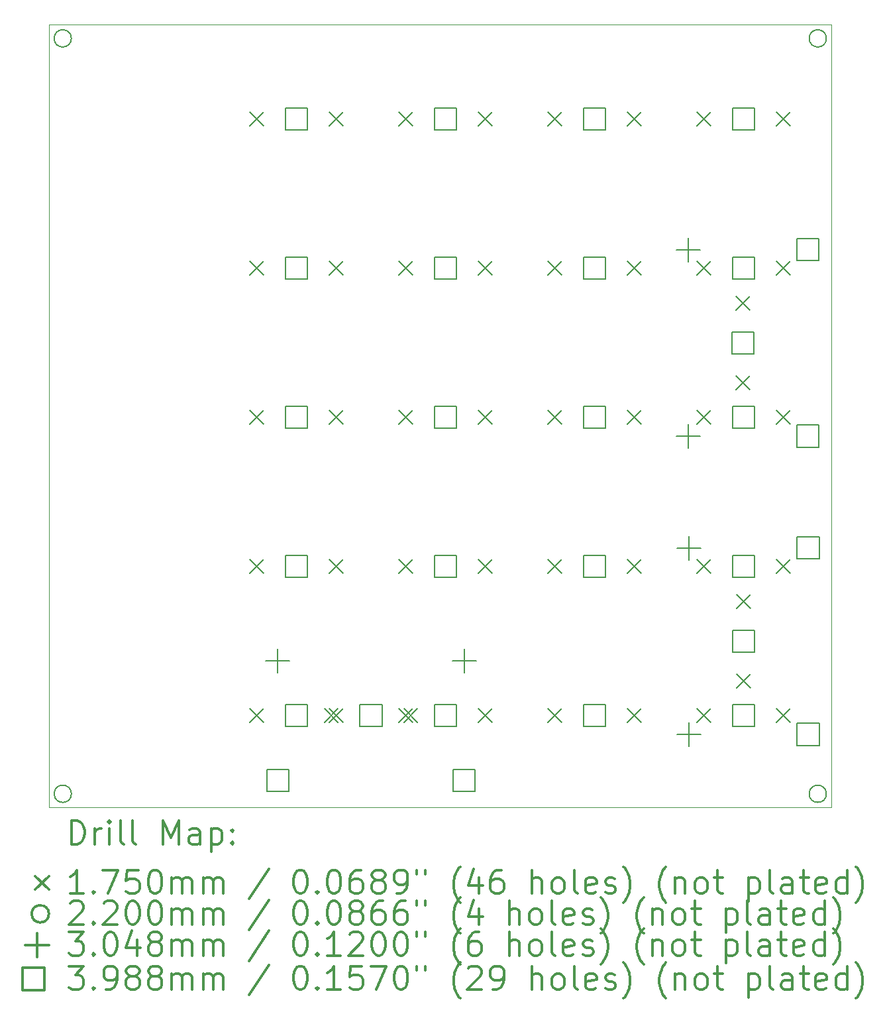
<source format=gbr>
%FSLAX45Y45*%
G04 Gerber Fmt 4.5, Leading zero omitted, Abs format (unit mm)*
G04 Created by KiCad (PCBNEW 5.99.0+really5.1.10+dfsg1-1) date 2021-05-18 01:04:15*
%MOMM*%
%LPD*%
G01*
G04 APERTURE LIST*
%TA.AperFunction,Profile*%
%ADD10C,0.050000*%
%TD*%
%ADD11C,0.200000*%
%ADD12C,0.300000*%
G04 APERTURE END LIST*
D10*
X0Y-10000000D02*
X10000000Y-10000000D01*
X10000000Y0D02*
X10000000Y-10000000D01*
X0Y-10000000D02*
X0Y0D01*
X0Y0D02*
X10000000Y0D01*
D11*
X2566800Y-1119000D02*
X2741800Y-1294000D01*
X2741800Y-1119000D02*
X2566800Y-1294000D01*
X2566800Y-3024000D02*
X2741800Y-3199000D01*
X2741800Y-3024000D02*
X2566800Y-3199000D01*
X2566800Y-4929000D02*
X2741800Y-5104000D01*
X2741800Y-4929000D02*
X2566800Y-5104000D01*
X2566800Y-6834000D02*
X2741800Y-7009000D01*
X2741800Y-6834000D02*
X2566800Y-7009000D01*
X2566800Y-8739000D02*
X2741800Y-8914000D01*
X2741800Y-8739000D02*
X2566800Y-8914000D01*
X3519300Y-8739000D02*
X3694300Y-8914000D01*
X3694300Y-8739000D02*
X3519300Y-8914000D01*
X3582800Y-1119000D02*
X3757800Y-1294000D01*
X3757800Y-1119000D02*
X3582800Y-1294000D01*
X3582800Y-3024000D02*
X3757800Y-3199000D01*
X3757800Y-3024000D02*
X3582800Y-3199000D01*
X3582800Y-4929000D02*
X3757800Y-5104000D01*
X3757800Y-4929000D02*
X3582800Y-5104000D01*
X3582800Y-6834000D02*
X3757800Y-7009000D01*
X3757800Y-6834000D02*
X3582800Y-7009000D01*
X3582800Y-8739000D02*
X3757800Y-8914000D01*
X3757800Y-8739000D02*
X3582800Y-8914000D01*
X4471800Y-1119000D02*
X4646800Y-1294000D01*
X4646800Y-1119000D02*
X4471800Y-1294000D01*
X4471800Y-3024000D02*
X4646800Y-3199000D01*
X4646800Y-3024000D02*
X4471800Y-3199000D01*
X4471800Y-4929000D02*
X4646800Y-5104000D01*
X4646800Y-4929000D02*
X4471800Y-5104000D01*
X4471800Y-6834000D02*
X4646800Y-7009000D01*
X4646800Y-6834000D02*
X4471800Y-7009000D01*
X4471800Y-8739000D02*
X4646800Y-8914000D01*
X4646800Y-8739000D02*
X4471800Y-8914000D01*
X4535300Y-8739000D02*
X4710300Y-8914000D01*
X4710300Y-8739000D02*
X4535300Y-8914000D01*
X5487800Y-1119000D02*
X5662800Y-1294000D01*
X5662800Y-1119000D02*
X5487800Y-1294000D01*
X5487800Y-3024000D02*
X5662800Y-3199000D01*
X5662800Y-3024000D02*
X5487800Y-3199000D01*
X5487800Y-4929000D02*
X5662800Y-5104000D01*
X5662800Y-4929000D02*
X5487800Y-5104000D01*
X5487800Y-6834000D02*
X5662800Y-7009000D01*
X5662800Y-6834000D02*
X5487800Y-7009000D01*
X5487800Y-8739000D02*
X5662800Y-8914000D01*
X5662800Y-8739000D02*
X5487800Y-8914000D01*
X6376800Y-1119000D02*
X6551800Y-1294000D01*
X6551800Y-1119000D02*
X6376800Y-1294000D01*
X6376800Y-3024000D02*
X6551800Y-3199000D01*
X6551800Y-3024000D02*
X6376800Y-3199000D01*
X6376800Y-4929000D02*
X6551800Y-5104000D01*
X6551800Y-4929000D02*
X6376800Y-5104000D01*
X6376800Y-6834000D02*
X6551800Y-7009000D01*
X6551800Y-6834000D02*
X6376800Y-7009000D01*
X6376800Y-8739000D02*
X6551800Y-8914000D01*
X6551800Y-8739000D02*
X6376800Y-8914000D01*
X7392800Y-1119000D02*
X7567800Y-1294000D01*
X7567800Y-1119000D02*
X7392800Y-1294000D01*
X7392800Y-3024000D02*
X7567800Y-3199000D01*
X7567800Y-3024000D02*
X7392800Y-3199000D01*
X7392800Y-4929000D02*
X7567800Y-5104000D01*
X7567800Y-4929000D02*
X7392800Y-5104000D01*
X7392800Y-6834000D02*
X7567800Y-7009000D01*
X7567800Y-6834000D02*
X7392800Y-7009000D01*
X7392800Y-8739000D02*
X7567800Y-8914000D01*
X7567800Y-8739000D02*
X7392800Y-8914000D01*
X8281800Y-1119000D02*
X8456800Y-1294000D01*
X8456800Y-1119000D02*
X8281800Y-1294000D01*
X8281800Y-3024000D02*
X8456800Y-3199000D01*
X8456800Y-3024000D02*
X8281800Y-3199000D01*
X8281800Y-4929000D02*
X8456800Y-5104000D01*
X8456800Y-4929000D02*
X8281800Y-5104000D01*
X8281800Y-6834000D02*
X8456800Y-7009000D01*
X8456800Y-6834000D02*
X8281800Y-7009000D01*
X8281800Y-8739000D02*
X8456800Y-8914000D01*
X8456800Y-8739000D02*
X8281800Y-8914000D01*
X8783450Y-3468500D02*
X8958450Y-3643500D01*
X8958450Y-3468500D02*
X8783450Y-3643500D01*
X8783450Y-4484500D02*
X8958450Y-4659500D01*
X8958450Y-4484500D02*
X8783450Y-4659500D01*
X8789800Y-7278500D02*
X8964800Y-7453500D01*
X8964800Y-7278500D02*
X8789800Y-7453500D01*
X8789800Y-8294500D02*
X8964800Y-8469500D01*
X8964800Y-8294500D02*
X8789800Y-8469500D01*
X9297800Y-1119000D02*
X9472800Y-1294000D01*
X9472800Y-1119000D02*
X9297800Y-1294000D01*
X9297800Y-3024000D02*
X9472800Y-3199000D01*
X9472800Y-3024000D02*
X9297800Y-3199000D01*
X9297800Y-4929000D02*
X9472800Y-5104000D01*
X9472800Y-4929000D02*
X9297800Y-5104000D01*
X9297800Y-6834000D02*
X9472800Y-7009000D01*
X9472800Y-6834000D02*
X9297800Y-7009000D01*
X9297800Y-8739000D02*
X9472800Y-8914000D01*
X9472800Y-8739000D02*
X9297800Y-8914000D01*
X285000Y-175000D02*
G75*
G03*
X285000Y-175000I-110000J0D01*
G01*
X285000Y-9825000D02*
G75*
G03*
X285000Y-9825000I-110000J0D01*
G01*
X9935000Y-175000D02*
G75*
G03*
X9935000Y-175000I-110000J0D01*
G01*
X9935000Y-9825000D02*
G75*
G03*
X9935000Y-9825000I-110000J0D01*
G01*
X2924175Y-7975600D02*
X2924175Y-8280400D01*
X2771775Y-8128000D02*
X3076575Y-8128000D01*
X5305425Y-7975600D02*
X5305425Y-8280400D01*
X5153025Y-8128000D02*
X5457825Y-8128000D01*
X8172450Y-2720975D02*
X8172450Y-3025775D01*
X8020050Y-2873375D02*
X8324850Y-2873375D01*
X8172450Y-5102225D02*
X8172450Y-5407025D01*
X8020050Y-5254625D02*
X8324850Y-5254625D01*
X8178800Y-6530975D02*
X8178800Y-6835775D01*
X8026400Y-6683375D02*
X8331200Y-6683375D01*
X8178800Y-8912225D02*
X8178800Y-9217025D01*
X8026400Y-9064625D02*
X8331200Y-9064625D01*
X3065166Y-9792991D02*
X3065166Y-9511009D01*
X2783184Y-9511009D01*
X2783184Y-9792991D01*
X3065166Y-9792991D01*
X3303291Y-1347491D02*
X3303291Y-1065509D01*
X3021309Y-1065509D01*
X3021309Y-1347491D01*
X3303291Y-1347491D01*
X3303291Y-3252491D02*
X3303291Y-2970509D01*
X3021309Y-2970509D01*
X3021309Y-3252491D01*
X3303291Y-3252491D01*
X3303291Y-5157491D02*
X3303291Y-4875509D01*
X3021309Y-4875509D01*
X3021309Y-5157491D01*
X3303291Y-5157491D01*
X3303291Y-7062491D02*
X3303291Y-6780509D01*
X3021309Y-6780509D01*
X3021309Y-7062491D01*
X3303291Y-7062491D01*
X3303291Y-8967491D02*
X3303291Y-8685509D01*
X3021309Y-8685509D01*
X3021309Y-8967491D01*
X3303291Y-8967491D01*
X4255791Y-8967491D02*
X4255791Y-8685509D01*
X3973809Y-8685509D01*
X3973809Y-8967491D01*
X4255791Y-8967491D01*
X5208291Y-1347491D02*
X5208291Y-1065509D01*
X4926309Y-1065509D01*
X4926309Y-1347491D01*
X5208291Y-1347491D01*
X5208291Y-3252491D02*
X5208291Y-2970509D01*
X4926309Y-2970509D01*
X4926309Y-3252491D01*
X5208291Y-3252491D01*
X5208291Y-5157491D02*
X5208291Y-4875509D01*
X4926309Y-4875509D01*
X4926309Y-5157491D01*
X5208291Y-5157491D01*
X5208291Y-7062491D02*
X5208291Y-6780509D01*
X4926309Y-6780509D01*
X4926309Y-7062491D01*
X5208291Y-7062491D01*
X5208291Y-8967491D02*
X5208291Y-8685509D01*
X4926309Y-8685509D01*
X4926309Y-8967491D01*
X5208291Y-8967491D01*
X5446416Y-9792991D02*
X5446416Y-9511009D01*
X5164434Y-9511009D01*
X5164434Y-9792991D01*
X5446416Y-9792991D01*
X7113291Y-1347491D02*
X7113291Y-1065509D01*
X6831309Y-1065509D01*
X6831309Y-1347491D01*
X7113291Y-1347491D01*
X7113291Y-3252491D02*
X7113291Y-2970509D01*
X6831309Y-2970509D01*
X6831309Y-3252491D01*
X7113291Y-3252491D01*
X7113291Y-5157491D02*
X7113291Y-4875509D01*
X6831309Y-4875509D01*
X6831309Y-5157491D01*
X7113291Y-5157491D01*
X7113291Y-7062491D02*
X7113291Y-6780509D01*
X6831309Y-6780509D01*
X6831309Y-7062491D01*
X7113291Y-7062491D01*
X7113291Y-8967491D02*
X7113291Y-8685509D01*
X6831309Y-8685509D01*
X6831309Y-8967491D01*
X7113291Y-8967491D01*
X9011941Y-4204991D02*
X9011941Y-3923009D01*
X8729959Y-3923009D01*
X8729959Y-4204991D01*
X9011941Y-4204991D01*
X9018291Y-1347491D02*
X9018291Y-1065509D01*
X8736309Y-1065509D01*
X8736309Y-1347491D01*
X9018291Y-1347491D01*
X9018291Y-3252491D02*
X9018291Y-2970509D01*
X8736309Y-2970509D01*
X8736309Y-3252491D01*
X9018291Y-3252491D01*
X9018291Y-5157491D02*
X9018291Y-4875509D01*
X8736309Y-4875509D01*
X8736309Y-5157491D01*
X9018291Y-5157491D01*
X9018291Y-7062491D02*
X9018291Y-6780509D01*
X8736309Y-6780509D01*
X8736309Y-7062491D01*
X9018291Y-7062491D01*
X9018291Y-8014991D02*
X9018291Y-7733009D01*
X8736309Y-7733009D01*
X8736309Y-8014991D01*
X9018291Y-8014991D01*
X9018291Y-8967491D02*
X9018291Y-8685509D01*
X8736309Y-8685509D01*
X8736309Y-8967491D01*
X9018291Y-8967491D01*
X9837441Y-3014366D02*
X9837441Y-2732384D01*
X9555459Y-2732384D01*
X9555459Y-3014366D01*
X9837441Y-3014366D01*
X9837441Y-5395616D02*
X9837441Y-5113634D01*
X9555459Y-5113634D01*
X9555459Y-5395616D01*
X9837441Y-5395616D01*
X9843791Y-6824366D02*
X9843791Y-6542384D01*
X9561809Y-6542384D01*
X9561809Y-6824366D01*
X9843791Y-6824366D01*
X9843791Y-9205616D02*
X9843791Y-8923634D01*
X9561809Y-8923634D01*
X9561809Y-9205616D01*
X9843791Y-9205616D01*
D12*
X283928Y-10468214D02*
X283928Y-10168214D01*
X355357Y-10168214D01*
X398214Y-10182500D01*
X426786Y-10211072D01*
X441071Y-10239643D01*
X455357Y-10296786D01*
X455357Y-10339643D01*
X441071Y-10396786D01*
X426786Y-10425357D01*
X398214Y-10453929D01*
X355357Y-10468214D01*
X283928Y-10468214D01*
X583928Y-10468214D02*
X583928Y-10268214D01*
X583928Y-10325357D02*
X598214Y-10296786D01*
X612500Y-10282500D01*
X641071Y-10268214D01*
X669643Y-10268214D01*
X769643Y-10468214D02*
X769643Y-10268214D01*
X769643Y-10168214D02*
X755357Y-10182500D01*
X769643Y-10196786D01*
X783928Y-10182500D01*
X769643Y-10168214D01*
X769643Y-10196786D01*
X955357Y-10468214D02*
X926786Y-10453929D01*
X912500Y-10425357D01*
X912500Y-10168214D01*
X1112500Y-10468214D02*
X1083928Y-10453929D01*
X1069643Y-10425357D01*
X1069643Y-10168214D01*
X1455357Y-10468214D02*
X1455357Y-10168214D01*
X1555357Y-10382500D01*
X1655357Y-10168214D01*
X1655357Y-10468214D01*
X1926786Y-10468214D02*
X1926786Y-10311072D01*
X1912500Y-10282500D01*
X1883928Y-10268214D01*
X1826786Y-10268214D01*
X1798214Y-10282500D01*
X1926786Y-10453929D02*
X1898214Y-10468214D01*
X1826786Y-10468214D01*
X1798214Y-10453929D01*
X1783928Y-10425357D01*
X1783928Y-10396786D01*
X1798214Y-10368214D01*
X1826786Y-10353929D01*
X1898214Y-10353929D01*
X1926786Y-10339643D01*
X2069643Y-10268214D02*
X2069643Y-10568214D01*
X2069643Y-10282500D02*
X2098214Y-10268214D01*
X2155357Y-10268214D01*
X2183928Y-10282500D01*
X2198214Y-10296786D01*
X2212500Y-10325357D01*
X2212500Y-10411072D01*
X2198214Y-10439643D01*
X2183928Y-10453929D01*
X2155357Y-10468214D01*
X2098214Y-10468214D01*
X2069643Y-10453929D01*
X2341071Y-10439643D02*
X2355357Y-10453929D01*
X2341071Y-10468214D01*
X2326786Y-10453929D01*
X2341071Y-10439643D01*
X2341071Y-10468214D01*
X2341071Y-10282500D02*
X2355357Y-10296786D01*
X2341071Y-10311072D01*
X2326786Y-10296786D01*
X2341071Y-10282500D01*
X2341071Y-10311072D01*
X-177500Y-10875000D02*
X-2500Y-11050000D01*
X-2500Y-10875000D02*
X-177500Y-11050000D01*
X441071Y-11098214D02*
X269643Y-11098214D01*
X355357Y-11098214D02*
X355357Y-10798214D01*
X326786Y-10841072D01*
X298214Y-10869643D01*
X269643Y-10883929D01*
X569643Y-11069643D02*
X583928Y-11083929D01*
X569643Y-11098214D01*
X555357Y-11083929D01*
X569643Y-11069643D01*
X569643Y-11098214D01*
X683928Y-10798214D02*
X883928Y-10798214D01*
X755357Y-11098214D01*
X1141071Y-10798214D02*
X998214Y-10798214D01*
X983928Y-10941072D01*
X998214Y-10926786D01*
X1026786Y-10912500D01*
X1098214Y-10912500D01*
X1126786Y-10926786D01*
X1141071Y-10941072D01*
X1155357Y-10969643D01*
X1155357Y-11041072D01*
X1141071Y-11069643D01*
X1126786Y-11083929D01*
X1098214Y-11098214D01*
X1026786Y-11098214D01*
X998214Y-11083929D01*
X983928Y-11069643D01*
X1341071Y-10798214D02*
X1369643Y-10798214D01*
X1398214Y-10812500D01*
X1412500Y-10826786D01*
X1426786Y-10855357D01*
X1441071Y-10912500D01*
X1441071Y-10983929D01*
X1426786Y-11041072D01*
X1412500Y-11069643D01*
X1398214Y-11083929D01*
X1369643Y-11098214D01*
X1341071Y-11098214D01*
X1312500Y-11083929D01*
X1298214Y-11069643D01*
X1283928Y-11041072D01*
X1269643Y-10983929D01*
X1269643Y-10912500D01*
X1283928Y-10855357D01*
X1298214Y-10826786D01*
X1312500Y-10812500D01*
X1341071Y-10798214D01*
X1569643Y-11098214D02*
X1569643Y-10898214D01*
X1569643Y-10926786D02*
X1583928Y-10912500D01*
X1612500Y-10898214D01*
X1655357Y-10898214D01*
X1683928Y-10912500D01*
X1698214Y-10941072D01*
X1698214Y-11098214D01*
X1698214Y-10941072D02*
X1712500Y-10912500D01*
X1741071Y-10898214D01*
X1783928Y-10898214D01*
X1812500Y-10912500D01*
X1826786Y-10941072D01*
X1826786Y-11098214D01*
X1969643Y-11098214D02*
X1969643Y-10898214D01*
X1969643Y-10926786D02*
X1983928Y-10912500D01*
X2012500Y-10898214D01*
X2055357Y-10898214D01*
X2083928Y-10912500D01*
X2098214Y-10941072D01*
X2098214Y-11098214D01*
X2098214Y-10941072D02*
X2112500Y-10912500D01*
X2141071Y-10898214D01*
X2183928Y-10898214D01*
X2212500Y-10912500D01*
X2226786Y-10941072D01*
X2226786Y-11098214D01*
X2812500Y-10783929D02*
X2555357Y-11169643D01*
X3198214Y-10798214D02*
X3226786Y-10798214D01*
X3255357Y-10812500D01*
X3269643Y-10826786D01*
X3283928Y-10855357D01*
X3298214Y-10912500D01*
X3298214Y-10983929D01*
X3283928Y-11041072D01*
X3269643Y-11069643D01*
X3255357Y-11083929D01*
X3226786Y-11098214D01*
X3198214Y-11098214D01*
X3169643Y-11083929D01*
X3155357Y-11069643D01*
X3141071Y-11041072D01*
X3126786Y-10983929D01*
X3126786Y-10912500D01*
X3141071Y-10855357D01*
X3155357Y-10826786D01*
X3169643Y-10812500D01*
X3198214Y-10798214D01*
X3426786Y-11069643D02*
X3441071Y-11083929D01*
X3426786Y-11098214D01*
X3412500Y-11083929D01*
X3426786Y-11069643D01*
X3426786Y-11098214D01*
X3626786Y-10798214D02*
X3655357Y-10798214D01*
X3683928Y-10812500D01*
X3698214Y-10826786D01*
X3712500Y-10855357D01*
X3726786Y-10912500D01*
X3726786Y-10983929D01*
X3712500Y-11041072D01*
X3698214Y-11069643D01*
X3683928Y-11083929D01*
X3655357Y-11098214D01*
X3626786Y-11098214D01*
X3598214Y-11083929D01*
X3583928Y-11069643D01*
X3569643Y-11041072D01*
X3555357Y-10983929D01*
X3555357Y-10912500D01*
X3569643Y-10855357D01*
X3583928Y-10826786D01*
X3598214Y-10812500D01*
X3626786Y-10798214D01*
X3983928Y-10798214D02*
X3926786Y-10798214D01*
X3898214Y-10812500D01*
X3883928Y-10826786D01*
X3855357Y-10869643D01*
X3841071Y-10926786D01*
X3841071Y-11041072D01*
X3855357Y-11069643D01*
X3869643Y-11083929D01*
X3898214Y-11098214D01*
X3955357Y-11098214D01*
X3983928Y-11083929D01*
X3998214Y-11069643D01*
X4012500Y-11041072D01*
X4012500Y-10969643D01*
X3998214Y-10941072D01*
X3983928Y-10926786D01*
X3955357Y-10912500D01*
X3898214Y-10912500D01*
X3869643Y-10926786D01*
X3855357Y-10941072D01*
X3841071Y-10969643D01*
X4183928Y-10926786D02*
X4155357Y-10912500D01*
X4141071Y-10898214D01*
X4126786Y-10869643D01*
X4126786Y-10855357D01*
X4141071Y-10826786D01*
X4155357Y-10812500D01*
X4183928Y-10798214D01*
X4241071Y-10798214D01*
X4269643Y-10812500D01*
X4283928Y-10826786D01*
X4298214Y-10855357D01*
X4298214Y-10869643D01*
X4283928Y-10898214D01*
X4269643Y-10912500D01*
X4241071Y-10926786D01*
X4183928Y-10926786D01*
X4155357Y-10941072D01*
X4141071Y-10955357D01*
X4126786Y-10983929D01*
X4126786Y-11041072D01*
X4141071Y-11069643D01*
X4155357Y-11083929D01*
X4183928Y-11098214D01*
X4241071Y-11098214D01*
X4269643Y-11083929D01*
X4283928Y-11069643D01*
X4298214Y-11041072D01*
X4298214Y-10983929D01*
X4283928Y-10955357D01*
X4269643Y-10941072D01*
X4241071Y-10926786D01*
X4441071Y-11098214D02*
X4498214Y-11098214D01*
X4526786Y-11083929D01*
X4541071Y-11069643D01*
X4569643Y-11026786D01*
X4583928Y-10969643D01*
X4583928Y-10855357D01*
X4569643Y-10826786D01*
X4555357Y-10812500D01*
X4526786Y-10798214D01*
X4469643Y-10798214D01*
X4441071Y-10812500D01*
X4426786Y-10826786D01*
X4412500Y-10855357D01*
X4412500Y-10926786D01*
X4426786Y-10955357D01*
X4441071Y-10969643D01*
X4469643Y-10983929D01*
X4526786Y-10983929D01*
X4555357Y-10969643D01*
X4569643Y-10955357D01*
X4583928Y-10926786D01*
X4698214Y-10798214D02*
X4698214Y-10855357D01*
X4812500Y-10798214D02*
X4812500Y-10855357D01*
X5255357Y-11212500D02*
X5241071Y-11198214D01*
X5212500Y-11155357D01*
X5198214Y-11126786D01*
X5183928Y-11083929D01*
X5169643Y-11012500D01*
X5169643Y-10955357D01*
X5183928Y-10883929D01*
X5198214Y-10841072D01*
X5212500Y-10812500D01*
X5241071Y-10769643D01*
X5255357Y-10755357D01*
X5498214Y-10898214D02*
X5498214Y-11098214D01*
X5426786Y-10783929D02*
X5355357Y-10998214D01*
X5541071Y-10998214D01*
X5783928Y-10798214D02*
X5726786Y-10798214D01*
X5698214Y-10812500D01*
X5683928Y-10826786D01*
X5655357Y-10869643D01*
X5641071Y-10926786D01*
X5641071Y-11041072D01*
X5655357Y-11069643D01*
X5669643Y-11083929D01*
X5698214Y-11098214D01*
X5755357Y-11098214D01*
X5783928Y-11083929D01*
X5798214Y-11069643D01*
X5812500Y-11041072D01*
X5812500Y-10969643D01*
X5798214Y-10941072D01*
X5783928Y-10926786D01*
X5755357Y-10912500D01*
X5698214Y-10912500D01*
X5669643Y-10926786D01*
X5655357Y-10941072D01*
X5641071Y-10969643D01*
X6169643Y-11098214D02*
X6169643Y-10798214D01*
X6298214Y-11098214D02*
X6298214Y-10941072D01*
X6283928Y-10912500D01*
X6255357Y-10898214D01*
X6212500Y-10898214D01*
X6183928Y-10912500D01*
X6169643Y-10926786D01*
X6483928Y-11098214D02*
X6455357Y-11083929D01*
X6441071Y-11069643D01*
X6426786Y-11041072D01*
X6426786Y-10955357D01*
X6441071Y-10926786D01*
X6455357Y-10912500D01*
X6483928Y-10898214D01*
X6526786Y-10898214D01*
X6555357Y-10912500D01*
X6569643Y-10926786D01*
X6583928Y-10955357D01*
X6583928Y-11041072D01*
X6569643Y-11069643D01*
X6555357Y-11083929D01*
X6526786Y-11098214D01*
X6483928Y-11098214D01*
X6755357Y-11098214D02*
X6726786Y-11083929D01*
X6712500Y-11055357D01*
X6712500Y-10798214D01*
X6983928Y-11083929D02*
X6955357Y-11098214D01*
X6898214Y-11098214D01*
X6869643Y-11083929D01*
X6855357Y-11055357D01*
X6855357Y-10941072D01*
X6869643Y-10912500D01*
X6898214Y-10898214D01*
X6955357Y-10898214D01*
X6983928Y-10912500D01*
X6998214Y-10941072D01*
X6998214Y-10969643D01*
X6855357Y-10998214D01*
X7112500Y-11083929D02*
X7141071Y-11098214D01*
X7198214Y-11098214D01*
X7226786Y-11083929D01*
X7241071Y-11055357D01*
X7241071Y-11041072D01*
X7226786Y-11012500D01*
X7198214Y-10998214D01*
X7155357Y-10998214D01*
X7126786Y-10983929D01*
X7112500Y-10955357D01*
X7112500Y-10941072D01*
X7126786Y-10912500D01*
X7155357Y-10898214D01*
X7198214Y-10898214D01*
X7226786Y-10912500D01*
X7341071Y-11212500D02*
X7355357Y-11198214D01*
X7383928Y-11155357D01*
X7398214Y-11126786D01*
X7412500Y-11083929D01*
X7426786Y-11012500D01*
X7426786Y-10955357D01*
X7412500Y-10883929D01*
X7398214Y-10841072D01*
X7383928Y-10812500D01*
X7355357Y-10769643D01*
X7341071Y-10755357D01*
X7883928Y-11212500D02*
X7869643Y-11198214D01*
X7841071Y-11155357D01*
X7826786Y-11126786D01*
X7812500Y-11083929D01*
X7798214Y-11012500D01*
X7798214Y-10955357D01*
X7812500Y-10883929D01*
X7826786Y-10841072D01*
X7841071Y-10812500D01*
X7869643Y-10769643D01*
X7883928Y-10755357D01*
X7998214Y-10898214D02*
X7998214Y-11098214D01*
X7998214Y-10926786D02*
X8012500Y-10912500D01*
X8041071Y-10898214D01*
X8083928Y-10898214D01*
X8112500Y-10912500D01*
X8126786Y-10941072D01*
X8126786Y-11098214D01*
X8312500Y-11098214D02*
X8283928Y-11083929D01*
X8269643Y-11069643D01*
X8255357Y-11041072D01*
X8255357Y-10955357D01*
X8269643Y-10926786D01*
X8283928Y-10912500D01*
X8312500Y-10898214D01*
X8355357Y-10898214D01*
X8383928Y-10912500D01*
X8398214Y-10926786D01*
X8412500Y-10955357D01*
X8412500Y-11041072D01*
X8398214Y-11069643D01*
X8383928Y-11083929D01*
X8355357Y-11098214D01*
X8312500Y-11098214D01*
X8498214Y-10898214D02*
X8612500Y-10898214D01*
X8541071Y-10798214D02*
X8541071Y-11055357D01*
X8555357Y-11083929D01*
X8583928Y-11098214D01*
X8612500Y-11098214D01*
X8941071Y-10898214D02*
X8941071Y-11198214D01*
X8941071Y-10912500D02*
X8969643Y-10898214D01*
X9026786Y-10898214D01*
X9055357Y-10912500D01*
X9069643Y-10926786D01*
X9083928Y-10955357D01*
X9083928Y-11041072D01*
X9069643Y-11069643D01*
X9055357Y-11083929D01*
X9026786Y-11098214D01*
X8969643Y-11098214D01*
X8941071Y-11083929D01*
X9255357Y-11098214D02*
X9226786Y-11083929D01*
X9212500Y-11055357D01*
X9212500Y-10798214D01*
X9498214Y-11098214D02*
X9498214Y-10941072D01*
X9483928Y-10912500D01*
X9455357Y-10898214D01*
X9398214Y-10898214D01*
X9369643Y-10912500D01*
X9498214Y-11083929D02*
X9469643Y-11098214D01*
X9398214Y-11098214D01*
X9369643Y-11083929D01*
X9355357Y-11055357D01*
X9355357Y-11026786D01*
X9369643Y-10998214D01*
X9398214Y-10983929D01*
X9469643Y-10983929D01*
X9498214Y-10969643D01*
X9598214Y-10898214D02*
X9712500Y-10898214D01*
X9641071Y-10798214D02*
X9641071Y-11055357D01*
X9655357Y-11083929D01*
X9683928Y-11098214D01*
X9712500Y-11098214D01*
X9926786Y-11083929D02*
X9898214Y-11098214D01*
X9841071Y-11098214D01*
X9812500Y-11083929D01*
X9798214Y-11055357D01*
X9798214Y-10941072D01*
X9812500Y-10912500D01*
X9841071Y-10898214D01*
X9898214Y-10898214D01*
X9926786Y-10912500D01*
X9941071Y-10941072D01*
X9941071Y-10969643D01*
X9798214Y-10998214D01*
X10198214Y-11098214D02*
X10198214Y-10798214D01*
X10198214Y-11083929D02*
X10169643Y-11098214D01*
X10112500Y-11098214D01*
X10083928Y-11083929D01*
X10069643Y-11069643D01*
X10055357Y-11041072D01*
X10055357Y-10955357D01*
X10069643Y-10926786D01*
X10083928Y-10912500D01*
X10112500Y-10898214D01*
X10169643Y-10898214D01*
X10198214Y-10912500D01*
X10312500Y-11212500D02*
X10326786Y-11198214D01*
X10355357Y-11155357D01*
X10369643Y-11126786D01*
X10383928Y-11083929D01*
X10398214Y-11012500D01*
X10398214Y-10955357D01*
X10383928Y-10883929D01*
X10369643Y-10841072D01*
X10355357Y-10812500D01*
X10326786Y-10769643D01*
X10312500Y-10755357D01*
X-2500Y-11358500D02*
G75*
G03*
X-2500Y-11358500I-110000J0D01*
G01*
X269643Y-11222786D02*
X283928Y-11208500D01*
X312500Y-11194214D01*
X383928Y-11194214D01*
X412500Y-11208500D01*
X426786Y-11222786D01*
X441071Y-11251357D01*
X441071Y-11279929D01*
X426786Y-11322786D01*
X255357Y-11494214D01*
X441071Y-11494214D01*
X569643Y-11465643D02*
X583928Y-11479929D01*
X569643Y-11494214D01*
X555357Y-11479929D01*
X569643Y-11465643D01*
X569643Y-11494214D01*
X698214Y-11222786D02*
X712500Y-11208500D01*
X741071Y-11194214D01*
X812500Y-11194214D01*
X841071Y-11208500D01*
X855357Y-11222786D01*
X869643Y-11251357D01*
X869643Y-11279929D01*
X855357Y-11322786D01*
X683928Y-11494214D01*
X869643Y-11494214D01*
X1055357Y-11194214D02*
X1083928Y-11194214D01*
X1112500Y-11208500D01*
X1126786Y-11222786D01*
X1141071Y-11251357D01*
X1155357Y-11308500D01*
X1155357Y-11379929D01*
X1141071Y-11437071D01*
X1126786Y-11465643D01*
X1112500Y-11479929D01*
X1083928Y-11494214D01*
X1055357Y-11494214D01*
X1026786Y-11479929D01*
X1012500Y-11465643D01*
X998214Y-11437071D01*
X983928Y-11379929D01*
X983928Y-11308500D01*
X998214Y-11251357D01*
X1012500Y-11222786D01*
X1026786Y-11208500D01*
X1055357Y-11194214D01*
X1341071Y-11194214D02*
X1369643Y-11194214D01*
X1398214Y-11208500D01*
X1412500Y-11222786D01*
X1426786Y-11251357D01*
X1441071Y-11308500D01*
X1441071Y-11379929D01*
X1426786Y-11437071D01*
X1412500Y-11465643D01*
X1398214Y-11479929D01*
X1369643Y-11494214D01*
X1341071Y-11494214D01*
X1312500Y-11479929D01*
X1298214Y-11465643D01*
X1283928Y-11437071D01*
X1269643Y-11379929D01*
X1269643Y-11308500D01*
X1283928Y-11251357D01*
X1298214Y-11222786D01*
X1312500Y-11208500D01*
X1341071Y-11194214D01*
X1569643Y-11494214D02*
X1569643Y-11294214D01*
X1569643Y-11322786D02*
X1583928Y-11308500D01*
X1612500Y-11294214D01*
X1655357Y-11294214D01*
X1683928Y-11308500D01*
X1698214Y-11337071D01*
X1698214Y-11494214D01*
X1698214Y-11337071D02*
X1712500Y-11308500D01*
X1741071Y-11294214D01*
X1783928Y-11294214D01*
X1812500Y-11308500D01*
X1826786Y-11337071D01*
X1826786Y-11494214D01*
X1969643Y-11494214D02*
X1969643Y-11294214D01*
X1969643Y-11322786D02*
X1983928Y-11308500D01*
X2012500Y-11294214D01*
X2055357Y-11294214D01*
X2083928Y-11308500D01*
X2098214Y-11337071D01*
X2098214Y-11494214D01*
X2098214Y-11337071D02*
X2112500Y-11308500D01*
X2141071Y-11294214D01*
X2183928Y-11294214D01*
X2212500Y-11308500D01*
X2226786Y-11337071D01*
X2226786Y-11494214D01*
X2812500Y-11179929D02*
X2555357Y-11565643D01*
X3198214Y-11194214D02*
X3226786Y-11194214D01*
X3255357Y-11208500D01*
X3269643Y-11222786D01*
X3283928Y-11251357D01*
X3298214Y-11308500D01*
X3298214Y-11379929D01*
X3283928Y-11437071D01*
X3269643Y-11465643D01*
X3255357Y-11479929D01*
X3226786Y-11494214D01*
X3198214Y-11494214D01*
X3169643Y-11479929D01*
X3155357Y-11465643D01*
X3141071Y-11437071D01*
X3126786Y-11379929D01*
X3126786Y-11308500D01*
X3141071Y-11251357D01*
X3155357Y-11222786D01*
X3169643Y-11208500D01*
X3198214Y-11194214D01*
X3426786Y-11465643D02*
X3441071Y-11479929D01*
X3426786Y-11494214D01*
X3412500Y-11479929D01*
X3426786Y-11465643D01*
X3426786Y-11494214D01*
X3626786Y-11194214D02*
X3655357Y-11194214D01*
X3683928Y-11208500D01*
X3698214Y-11222786D01*
X3712500Y-11251357D01*
X3726786Y-11308500D01*
X3726786Y-11379929D01*
X3712500Y-11437071D01*
X3698214Y-11465643D01*
X3683928Y-11479929D01*
X3655357Y-11494214D01*
X3626786Y-11494214D01*
X3598214Y-11479929D01*
X3583928Y-11465643D01*
X3569643Y-11437071D01*
X3555357Y-11379929D01*
X3555357Y-11308500D01*
X3569643Y-11251357D01*
X3583928Y-11222786D01*
X3598214Y-11208500D01*
X3626786Y-11194214D01*
X3898214Y-11322786D02*
X3869643Y-11308500D01*
X3855357Y-11294214D01*
X3841071Y-11265643D01*
X3841071Y-11251357D01*
X3855357Y-11222786D01*
X3869643Y-11208500D01*
X3898214Y-11194214D01*
X3955357Y-11194214D01*
X3983928Y-11208500D01*
X3998214Y-11222786D01*
X4012500Y-11251357D01*
X4012500Y-11265643D01*
X3998214Y-11294214D01*
X3983928Y-11308500D01*
X3955357Y-11322786D01*
X3898214Y-11322786D01*
X3869643Y-11337071D01*
X3855357Y-11351357D01*
X3841071Y-11379929D01*
X3841071Y-11437071D01*
X3855357Y-11465643D01*
X3869643Y-11479929D01*
X3898214Y-11494214D01*
X3955357Y-11494214D01*
X3983928Y-11479929D01*
X3998214Y-11465643D01*
X4012500Y-11437071D01*
X4012500Y-11379929D01*
X3998214Y-11351357D01*
X3983928Y-11337071D01*
X3955357Y-11322786D01*
X4269643Y-11194214D02*
X4212500Y-11194214D01*
X4183928Y-11208500D01*
X4169643Y-11222786D01*
X4141071Y-11265643D01*
X4126786Y-11322786D01*
X4126786Y-11437071D01*
X4141071Y-11465643D01*
X4155357Y-11479929D01*
X4183928Y-11494214D01*
X4241071Y-11494214D01*
X4269643Y-11479929D01*
X4283928Y-11465643D01*
X4298214Y-11437071D01*
X4298214Y-11365643D01*
X4283928Y-11337071D01*
X4269643Y-11322786D01*
X4241071Y-11308500D01*
X4183928Y-11308500D01*
X4155357Y-11322786D01*
X4141071Y-11337071D01*
X4126786Y-11365643D01*
X4555357Y-11194214D02*
X4498214Y-11194214D01*
X4469643Y-11208500D01*
X4455357Y-11222786D01*
X4426786Y-11265643D01*
X4412500Y-11322786D01*
X4412500Y-11437071D01*
X4426786Y-11465643D01*
X4441071Y-11479929D01*
X4469643Y-11494214D01*
X4526786Y-11494214D01*
X4555357Y-11479929D01*
X4569643Y-11465643D01*
X4583928Y-11437071D01*
X4583928Y-11365643D01*
X4569643Y-11337071D01*
X4555357Y-11322786D01*
X4526786Y-11308500D01*
X4469643Y-11308500D01*
X4441071Y-11322786D01*
X4426786Y-11337071D01*
X4412500Y-11365643D01*
X4698214Y-11194214D02*
X4698214Y-11251357D01*
X4812500Y-11194214D02*
X4812500Y-11251357D01*
X5255357Y-11608500D02*
X5241071Y-11594214D01*
X5212500Y-11551357D01*
X5198214Y-11522786D01*
X5183928Y-11479929D01*
X5169643Y-11408500D01*
X5169643Y-11351357D01*
X5183928Y-11279929D01*
X5198214Y-11237071D01*
X5212500Y-11208500D01*
X5241071Y-11165643D01*
X5255357Y-11151357D01*
X5498214Y-11294214D02*
X5498214Y-11494214D01*
X5426786Y-11179929D02*
X5355357Y-11394214D01*
X5541071Y-11394214D01*
X5883928Y-11494214D02*
X5883928Y-11194214D01*
X6012500Y-11494214D02*
X6012500Y-11337071D01*
X5998214Y-11308500D01*
X5969643Y-11294214D01*
X5926786Y-11294214D01*
X5898214Y-11308500D01*
X5883928Y-11322786D01*
X6198214Y-11494214D02*
X6169643Y-11479929D01*
X6155357Y-11465643D01*
X6141071Y-11437071D01*
X6141071Y-11351357D01*
X6155357Y-11322786D01*
X6169643Y-11308500D01*
X6198214Y-11294214D01*
X6241071Y-11294214D01*
X6269643Y-11308500D01*
X6283928Y-11322786D01*
X6298214Y-11351357D01*
X6298214Y-11437071D01*
X6283928Y-11465643D01*
X6269643Y-11479929D01*
X6241071Y-11494214D01*
X6198214Y-11494214D01*
X6469643Y-11494214D02*
X6441071Y-11479929D01*
X6426786Y-11451357D01*
X6426786Y-11194214D01*
X6698214Y-11479929D02*
X6669643Y-11494214D01*
X6612500Y-11494214D01*
X6583928Y-11479929D01*
X6569643Y-11451357D01*
X6569643Y-11337071D01*
X6583928Y-11308500D01*
X6612500Y-11294214D01*
X6669643Y-11294214D01*
X6698214Y-11308500D01*
X6712500Y-11337071D01*
X6712500Y-11365643D01*
X6569643Y-11394214D01*
X6826786Y-11479929D02*
X6855357Y-11494214D01*
X6912500Y-11494214D01*
X6941071Y-11479929D01*
X6955357Y-11451357D01*
X6955357Y-11437071D01*
X6941071Y-11408500D01*
X6912500Y-11394214D01*
X6869643Y-11394214D01*
X6841071Y-11379929D01*
X6826786Y-11351357D01*
X6826786Y-11337071D01*
X6841071Y-11308500D01*
X6869643Y-11294214D01*
X6912500Y-11294214D01*
X6941071Y-11308500D01*
X7055357Y-11608500D02*
X7069643Y-11594214D01*
X7098214Y-11551357D01*
X7112500Y-11522786D01*
X7126786Y-11479929D01*
X7141071Y-11408500D01*
X7141071Y-11351357D01*
X7126786Y-11279929D01*
X7112500Y-11237071D01*
X7098214Y-11208500D01*
X7069643Y-11165643D01*
X7055357Y-11151357D01*
X7598214Y-11608500D02*
X7583928Y-11594214D01*
X7555357Y-11551357D01*
X7541071Y-11522786D01*
X7526786Y-11479929D01*
X7512500Y-11408500D01*
X7512500Y-11351357D01*
X7526786Y-11279929D01*
X7541071Y-11237071D01*
X7555357Y-11208500D01*
X7583928Y-11165643D01*
X7598214Y-11151357D01*
X7712500Y-11294214D02*
X7712500Y-11494214D01*
X7712500Y-11322786D02*
X7726786Y-11308500D01*
X7755357Y-11294214D01*
X7798214Y-11294214D01*
X7826786Y-11308500D01*
X7841071Y-11337071D01*
X7841071Y-11494214D01*
X8026786Y-11494214D02*
X7998214Y-11479929D01*
X7983928Y-11465643D01*
X7969643Y-11437071D01*
X7969643Y-11351357D01*
X7983928Y-11322786D01*
X7998214Y-11308500D01*
X8026786Y-11294214D01*
X8069643Y-11294214D01*
X8098214Y-11308500D01*
X8112500Y-11322786D01*
X8126786Y-11351357D01*
X8126786Y-11437071D01*
X8112500Y-11465643D01*
X8098214Y-11479929D01*
X8069643Y-11494214D01*
X8026786Y-11494214D01*
X8212500Y-11294214D02*
X8326786Y-11294214D01*
X8255357Y-11194214D02*
X8255357Y-11451357D01*
X8269643Y-11479929D01*
X8298214Y-11494214D01*
X8326786Y-11494214D01*
X8655357Y-11294214D02*
X8655357Y-11594214D01*
X8655357Y-11308500D02*
X8683928Y-11294214D01*
X8741071Y-11294214D01*
X8769643Y-11308500D01*
X8783928Y-11322786D01*
X8798214Y-11351357D01*
X8798214Y-11437071D01*
X8783928Y-11465643D01*
X8769643Y-11479929D01*
X8741071Y-11494214D01*
X8683928Y-11494214D01*
X8655357Y-11479929D01*
X8969643Y-11494214D02*
X8941071Y-11479929D01*
X8926786Y-11451357D01*
X8926786Y-11194214D01*
X9212500Y-11494214D02*
X9212500Y-11337071D01*
X9198214Y-11308500D01*
X9169643Y-11294214D01*
X9112500Y-11294214D01*
X9083928Y-11308500D01*
X9212500Y-11479929D02*
X9183928Y-11494214D01*
X9112500Y-11494214D01*
X9083928Y-11479929D01*
X9069643Y-11451357D01*
X9069643Y-11422786D01*
X9083928Y-11394214D01*
X9112500Y-11379929D01*
X9183928Y-11379929D01*
X9212500Y-11365643D01*
X9312500Y-11294214D02*
X9426786Y-11294214D01*
X9355357Y-11194214D02*
X9355357Y-11451357D01*
X9369643Y-11479929D01*
X9398214Y-11494214D01*
X9426786Y-11494214D01*
X9641071Y-11479929D02*
X9612500Y-11494214D01*
X9555357Y-11494214D01*
X9526786Y-11479929D01*
X9512500Y-11451357D01*
X9512500Y-11337071D01*
X9526786Y-11308500D01*
X9555357Y-11294214D01*
X9612500Y-11294214D01*
X9641071Y-11308500D01*
X9655357Y-11337071D01*
X9655357Y-11365643D01*
X9512500Y-11394214D01*
X9912500Y-11494214D02*
X9912500Y-11194214D01*
X9912500Y-11479929D02*
X9883928Y-11494214D01*
X9826786Y-11494214D01*
X9798214Y-11479929D01*
X9783928Y-11465643D01*
X9769643Y-11437071D01*
X9769643Y-11351357D01*
X9783928Y-11322786D01*
X9798214Y-11308500D01*
X9826786Y-11294214D01*
X9883928Y-11294214D01*
X9912500Y-11308500D01*
X10026786Y-11608500D02*
X10041071Y-11594214D01*
X10069643Y-11551357D01*
X10083928Y-11522786D01*
X10098214Y-11479929D01*
X10112500Y-11408500D01*
X10112500Y-11351357D01*
X10098214Y-11279929D01*
X10083928Y-11237071D01*
X10069643Y-11208500D01*
X10041071Y-11165643D01*
X10026786Y-11151357D01*
X-154900Y-11602100D02*
X-154900Y-11906900D01*
X-307300Y-11754500D02*
X-2500Y-11754500D01*
X255357Y-11590214D02*
X441071Y-11590214D01*
X341071Y-11704500D01*
X383928Y-11704500D01*
X412500Y-11718786D01*
X426786Y-11733071D01*
X441071Y-11761643D01*
X441071Y-11833071D01*
X426786Y-11861643D01*
X412500Y-11875929D01*
X383928Y-11890214D01*
X298214Y-11890214D01*
X269643Y-11875929D01*
X255357Y-11861643D01*
X569643Y-11861643D02*
X583928Y-11875929D01*
X569643Y-11890214D01*
X555357Y-11875929D01*
X569643Y-11861643D01*
X569643Y-11890214D01*
X769643Y-11590214D02*
X798214Y-11590214D01*
X826786Y-11604500D01*
X841071Y-11618786D01*
X855357Y-11647357D01*
X869643Y-11704500D01*
X869643Y-11775929D01*
X855357Y-11833071D01*
X841071Y-11861643D01*
X826786Y-11875929D01*
X798214Y-11890214D01*
X769643Y-11890214D01*
X741071Y-11875929D01*
X726786Y-11861643D01*
X712500Y-11833071D01*
X698214Y-11775929D01*
X698214Y-11704500D01*
X712500Y-11647357D01*
X726786Y-11618786D01*
X741071Y-11604500D01*
X769643Y-11590214D01*
X1126786Y-11690214D02*
X1126786Y-11890214D01*
X1055357Y-11575929D02*
X983928Y-11790214D01*
X1169643Y-11790214D01*
X1326786Y-11718786D02*
X1298214Y-11704500D01*
X1283928Y-11690214D01*
X1269643Y-11661643D01*
X1269643Y-11647357D01*
X1283928Y-11618786D01*
X1298214Y-11604500D01*
X1326786Y-11590214D01*
X1383928Y-11590214D01*
X1412500Y-11604500D01*
X1426786Y-11618786D01*
X1441071Y-11647357D01*
X1441071Y-11661643D01*
X1426786Y-11690214D01*
X1412500Y-11704500D01*
X1383928Y-11718786D01*
X1326786Y-11718786D01*
X1298214Y-11733071D01*
X1283928Y-11747357D01*
X1269643Y-11775929D01*
X1269643Y-11833071D01*
X1283928Y-11861643D01*
X1298214Y-11875929D01*
X1326786Y-11890214D01*
X1383928Y-11890214D01*
X1412500Y-11875929D01*
X1426786Y-11861643D01*
X1441071Y-11833071D01*
X1441071Y-11775929D01*
X1426786Y-11747357D01*
X1412500Y-11733071D01*
X1383928Y-11718786D01*
X1569643Y-11890214D02*
X1569643Y-11690214D01*
X1569643Y-11718786D02*
X1583928Y-11704500D01*
X1612500Y-11690214D01*
X1655357Y-11690214D01*
X1683928Y-11704500D01*
X1698214Y-11733071D01*
X1698214Y-11890214D01*
X1698214Y-11733071D02*
X1712500Y-11704500D01*
X1741071Y-11690214D01*
X1783928Y-11690214D01*
X1812500Y-11704500D01*
X1826786Y-11733071D01*
X1826786Y-11890214D01*
X1969643Y-11890214D02*
X1969643Y-11690214D01*
X1969643Y-11718786D02*
X1983928Y-11704500D01*
X2012500Y-11690214D01*
X2055357Y-11690214D01*
X2083928Y-11704500D01*
X2098214Y-11733071D01*
X2098214Y-11890214D01*
X2098214Y-11733071D02*
X2112500Y-11704500D01*
X2141071Y-11690214D01*
X2183928Y-11690214D01*
X2212500Y-11704500D01*
X2226786Y-11733071D01*
X2226786Y-11890214D01*
X2812500Y-11575929D02*
X2555357Y-11961643D01*
X3198214Y-11590214D02*
X3226786Y-11590214D01*
X3255357Y-11604500D01*
X3269643Y-11618786D01*
X3283928Y-11647357D01*
X3298214Y-11704500D01*
X3298214Y-11775929D01*
X3283928Y-11833071D01*
X3269643Y-11861643D01*
X3255357Y-11875929D01*
X3226786Y-11890214D01*
X3198214Y-11890214D01*
X3169643Y-11875929D01*
X3155357Y-11861643D01*
X3141071Y-11833071D01*
X3126786Y-11775929D01*
X3126786Y-11704500D01*
X3141071Y-11647357D01*
X3155357Y-11618786D01*
X3169643Y-11604500D01*
X3198214Y-11590214D01*
X3426786Y-11861643D02*
X3441071Y-11875929D01*
X3426786Y-11890214D01*
X3412500Y-11875929D01*
X3426786Y-11861643D01*
X3426786Y-11890214D01*
X3726786Y-11890214D02*
X3555357Y-11890214D01*
X3641071Y-11890214D02*
X3641071Y-11590214D01*
X3612500Y-11633071D01*
X3583928Y-11661643D01*
X3555357Y-11675929D01*
X3841071Y-11618786D02*
X3855357Y-11604500D01*
X3883928Y-11590214D01*
X3955357Y-11590214D01*
X3983928Y-11604500D01*
X3998214Y-11618786D01*
X4012500Y-11647357D01*
X4012500Y-11675929D01*
X3998214Y-11718786D01*
X3826786Y-11890214D01*
X4012500Y-11890214D01*
X4198214Y-11590214D02*
X4226786Y-11590214D01*
X4255357Y-11604500D01*
X4269643Y-11618786D01*
X4283928Y-11647357D01*
X4298214Y-11704500D01*
X4298214Y-11775929D01*
X4283928Y-11833071D01*
X4269643Y-11861643D01*
X4255357Y-11875929D01*
X4226786Y-11890214D01*
X4198214Y-11890214D01*
X4169643Y-11875929D01*
X4155357Y-11861643D01*
X4141071Y-11833071D01*
X4126786Y-11775929D01*
X4126786Y-11704500D01*
X4141071Y-11647357D01*
X4155357Y-11618786D01*
X4169643Y-11604500D01*
X4198214Y-11590214D01*
X4483928Y-11590214D02*
X4512500Y-11590214D01*
X4541071Y-11604500D01*
X4555357Y-11618786D01*
X4569643Y-11647357D01*
X4583928Y-11704500D01*
X4583928Y-11775929D01*
X4569643Y-11833071D01*
X4555357Y-11861643D01*
X4541071Y-11875929D01*
X4512500Y-11890214D01*
X4483928Y-11890214D01*
X4455357Y-11875929D01*
X4441071Y-11861643D01*
X4426786Y-11833071D01*
X4412500Y-11775929D01*
X4412500Y-11704500D01*
X4426786Y-11647357D01*
X4441071Y-11618786D01*
X4455357Y-11604500D01*
X4483928Y-11590214D01*
X4698214Y-11590214D02*
X4698214Y-11647357D01*
X4812500Y-11590214D02*
X4812500Y-11647357D01*
X5255357Y-12004500D02*
X5241071Y-11990214D01*
X5212500Y-11947357D01*
X5198214Y-11918786D01*
X5183928Y-11875929D01*
X5169643Y-11804500D01*
X5169643Y-11747357D01*
X5183928Y-11675929D01*
X5198214Y-11633071D01*
X5212500Y-11604500D01*
X5241071Y-11561643D01*
X5255357Y-11547357D01*
X5498214Y-11590214D02*
X5441071Y-11590214D01*
X5412500Y-11604500D01*
X5398214Y-11618786D01*
X5369643Y-11661643D01*
X5355357Y-11718786D01*
X5355357Y-11833071D01*
X5369643Y-11861643D01*
X5383928Y-11875929D01*
X5412500Y-11890214D01*
X5469643Y-11890214D01*
X5498214Y-11875929D01*
X5512500Y-11861643D01*
X5526786Y-11833071D01*
X5526786Y-11761643D01*
X5512500Y-11733071D01*
X5498214Y-11718786D01*
X5469643Y-11704500D01*
X5412500Y-11704500D01*
X5383928Y-11718786D01*
X5369643Y-11733071D01*
X5355357Y-11761643D01*
X5883928Y-11890214D02*
X5883928Y-11590214D01*
X6012500Y-11890214D02*
X6012500Y-11733071D01*
X5998214Y-11704500D01*
X5969643Y-11690214D01*
X5926786Y-11690214D01*
X5898214Y-11704500D01*
X5883928Y-11718786D01*
X6198214Y-11890214D02*
X6169643Y-11875929D01*
X6155357Y-11861643D01*
X6141071Y-11833071D01*
X6141071Y-11747357D01*
X6155357Y-11718786D01*
X6169643Y-11704500D01*
X6198214Y-11690214D01*
X6241071Y-11690214D01*
X6269643Y-11704500D01*
X6283928Y-11718786D01*
X6298214Y-11747357D01*
X6298214Y-11833071D01*
X6283928Y-11861643D01*
X6269643Y-11875929D01*
X6241071Y-11890214D01*
X6198214Y-11890214D01*
X6469643Y-11890214D02*
X6441071Y-11875929D01*
X6426786Y-11847357D01*
X6426786Y-11590214D01*
X6698214Y-11875929D02*
X6669643Y-11890214D01*
X6612500Y-11890214D01*
X6583928Y-11875929D01*
X6569643Y-11847357D01*
X6569643Y-11733071D01*
X6583928Y-11704500D01*
X6612500Y-11690214D01*
X6669643Y-11690214D01*
X6698214Y-11704500D01*
X6712500Y-11733071D01*
X6712500Y-11761643D01*
X6569643Y-11790214D01*
X6826786Y-11875929D02*
X6855357Y-11890214D01*
X6912500Y-11890214D01*
X6941071Y-11875929D01*
X6955357Y-11847357D01*
X6955357Y-11833071D01*
X6941071Y-11804500D01*
X6912500Y-11790214D01*
X6869643Y-11790214D01*
X6841071Y-11775929D01*
X6826786Y-11747357D01*
X6826786Y-11733071D01*
X6841071Y-11704500D01*
X6869643Y-11690214D01*
X6912500Y-11690214D01*
X6941071Y-11704500D01*
X7055357Y-12004500D02*
X7069643Y-11990214D01*
X7098214Y-11947357D01*
X7112500Y-11918786D01*
X7126786Y-11875929D01*
X7141071Y-11804500D01*
X7141071Y-11747357D01*
X7126786Y-11675929D01*
X7112500Y-11633071D01*
X7098214Y-11604500D01*
X7069643Y-11561643D01*
X7055357Y-11547357D01*
X7598214Y-12004500D02*
X7583928Y-11990214D01*
X7555357Y-11947357D01*
X7541071Y-11918786D01*
X7526786Y-11875929D01*
X7512500Y-11804500D01*
X7512500Y-11747357D01*
X7526786Y-11675929D01*
X7541071Y-11633071D01*
X7555357Y-11604500D01*
X7583928Y-11561643D01*
X7598214Y-11547357D01*
X7712500Y-11690214D02*
X7712500Y-11890214D01*
X7712500Y-11718786D02*
X7726786Y-11704500D01*
X7755357Y-11690214D01*
X7798214Y-11690214D01*
X7826786Y-11704500D01*
X7841071Y-11733071D01*
X7841071Y-11890214D01*
X8026786Y-11890214D02*
X7998214Y-11875929D01*
X7983928Y-11861643D01*
X7969643Y-11833071D01*
X7969643Y-11747357D01*
X7983928Y-11718786D01*
X7998214Y-11704500D01*
X8026786Y-11690214D01*
X8069643Y-11690214D01*
X8098214Y-11704500D01*
X8112500Y-11718786D01*
X8126786Y-11747357D01*
X8126786Y-11833071D01*
X8112500Y-11861643D01*
X8098214Y-11875929D01*
X8069643Y-11890214D01*
X8026786Y-11890214D01*
X8212500Y-11690214D02*
X8326786Y-11690214D01*
X8255357Y-11590214D02*
X8255357Y-11847357D01*
X8269643Y-11875929D01*
X8298214Y-11890214D01*
X8326786Y-11890214D01*
X8655357Y-11690214D02*
X8655357Y-11990214D01*
X8655357Y-11704500D02*
X8683928Y-11690214D01*
X8741071Y-11690214D01*
X8769643Y-11704500D01*
X8783928Y-11718786D01*
X8798214Y-11747357D01*
X8798214Y-11833071D01*
X8783928Y-11861643D01*
X8769643Y-11875929D01*
X8741071Y-11890214D01*
X8683928Y-11890214D01*
X8655357Y-11875929D01*
X8969643Y-11890214D02*
X8941071Y-11875929D01*
X8926786Y-11847357D01*
X8926786Y-11590214D01*
X9212500Y-11890214D02*
X9212500Y-11733071D01*
X9198214Y-11704500D01*
X9169643Y-11690214D01*
X9112500Y-11690214D01*
X9083928Y-11704500D01*
X9212500Y-11875929D02*
X9183928Y-11890214D01*
X9112500Y-11890214D01*
X9083928Y-11875929D01*
X9069643Y-11847357D01*
X9069643Y-11818786D01*
X9083928Y-11790214D01*
X9112500Y-11775929D01*
X9183928Y-11775929D01*
X9212500Y-11761643D01*
X9312500Y-11690214D02*
X9426786Y-11690214D01*
X9355357Y-11590214D02*
X9355357Y-11847357D01*
X9369643Y-11875929D01*
X9398214Y-11890214D01*
X9426786Y-11890214D01*
X9641071Y-11875929D02*
X9612500Y-11890214D01*
X9555357Y-11890214D01*
X9526786Y-11875929D01*
X9512500Y-11847357D01*
X9512500Y-11733071D01*
X9526786Y-11704500D01*
X9555357Y-11690214D01*
X9612500Y-11690214D01*
X9641071Y-11704500D01*
X9655357Y-11733071D01*
X9655357Y-11761643D01*
X9512500Y-11790214D01*
X9912500Y-11890214D02*
X9912500Y-11590214D01*
X9912500Y-11875929D02*
X9883928Y-11890214D01*
X9826786Y-11890214D01*
X9798214Y-11875929D01*
X9783928Y-11861643D01*
X9769643Y-11833071D01*
X9769643Y-11747357D01*
X9783928Y-11718786D01*
X9798214Y-11704500D01*
X9826786Y-11690214D01*
X9883928Y-11690214D01*
X9912500Y-11704500D01*
X10026786Y-12004500D02*
X10041071Y-11990214D01*
X10069643Y-11947357D01*
X10083928Y-11918786D01*
X10098214Y-11875929D01*
X10112500Y-11804500D01*
X10112500Y-11747357D01*
X10098214Y-11675929D01*
X10083928Y-11633071D01*
X10069643Y-11604500D01*
X10041071Y-11561643D01*
X10026786Y-11547357D01*
X-60899Y-12330291D02*
X-60899Y-12048309D01*
X-342882Y-12048309D01*
X-342882Y-12330291D01*
X-60899Y-12330291D01*
X255357Y-12025014D02*
X441071Y-12025014D01*
X341071Y-12139300D01*
X383928Y-12139300D01*
X412500Y-12153586D01*
X426786Y-12167871D01*
X441071Y-12196443D01*
X441071Y-12267871D01*
X426786Y-12296443D01*
X412500Y-12310729D01*
X383928Y-12325014D01*
X298214Y-12325014D01*
X269643Y-12310729D01*
X255357Y-12296443D01*
X569643Y-12296443D02*
X583928Y-12310729D01*
X569643Y-12325014D01*
X555357Y-12310729D01*
X569643Y-12296443D01*
X569643Y-12325014D01*
X726786Y-12325014D02*
X783928Y-12325014D01*
X812500Y-12310729D01*
X826786Y-12296443D01*
X855357Y-12253586D01*
X869643Y-12196443D01*
X869643Y-12082157D01*
X855357Y-12053586D01*
X841071Y-12039300D01*
X812500Y-12025014D01*
X755357Y-12025014D01*
X726786Y-12039300D01*
X712500Y-12053586D01*
X698214Y-12082157D01*
X698214Y-12153586D01*
X712500Y-12182157D01*
X726786Y-12196443D01*
X755357Y-12210729D01*
X812500Y-12210729D01*
X841071Y-12196443D01*
X855357Y-12182157D01*
X869643Y-12153586D01*
X1041071Y-12153586D02*
X1012500Y-12139300D01*
X998214Y-12125014D01*
X983928Y-12096443D01*
X983928Y-12082157D01*
X998214Y-12053586D01*
X1012500Y-12039300D01*
X1041071Y-12025014D01*
X1098214Y-12025014D01*
X1126786Y-12039300D01*
X1141071Y-12053586D01*
X1155357Y-12082157D01*
X1155357Y-12096443D01*
X1141071Y-12125014D01*
X1126786Y-12139300D01*
X1098214Y-12153586D01*
X1041071Y-12153586D01*
X1012500Y-12167871D01*
X998214Y-12182157D01*
X983928Y-12210729D01*
X983928Y-12267871D01*
X998214Y-12296443D01*
X1012500Y-12310729D01*
X1041071Y-12325014D01*
X1098214Y-12325014D01*
X1126786Y-12310729D01*
X1141071Y-12296443D01*
X1155357Y-12267871D01*
X1155357Y-12210729D01*
X1141071Y-12182157D01*
X1126786Y-12167871D01*
X1098214Y-12153586D01*
X1326786Y-12153586D02*
X1298214Y-12139300D01*
X1283928Y-12125014D01*
X1269643Y-12096443D01*
X1269643Y-12082157D01*
X1283928Y-12053586D01*
X1298214Y-12039300D01*
X1326786Y-12025014D01*
X1383928Y-12025014D01*
X1412500Y-12039300D01*
X1426786Y-12053586D01*
X1441071Y-12082157D01*
X1441071Y-12096443D01*
X1426786Y-12125014D01*
X1412500Y-12139300D01*
X1383928Y-12153586D01*
X1326786Y-12153586D01*
X1298214Y-12167871D01*
X1283928Y-12182157D01*
X1269643Y-12210729D01*
X1269643Y-12267871D01*
X1283928Y-12296443D01*
X1298214Y-12310729D01*
X1326786Y-12325014D01*
X1383928Y-12325014D01*
X1412500Y-12310729D01*
X1426786Y-12296443D01*
X1441071Y-12267871D01*
X1441071Y-12210729D01*
X1426786Y-12182157D01*
X1412500Y-12167871D01*
X1383928Y-12153586D01*
X1569643Y-12325014D02*
X1569643Y-12125014D01*
X1569643Y-12153586D02*
X1583928Y-12139300D01*
X1612500Y-12125014D01*
X1655357Y-12125014D01*
X1683928Y-12139300D01*
X1698214Y-12167871D01*
X1698214Y-12325014D01*
X1698214Y-12167871D02*
X1712500Y-12139300D01*
X1741071Y-12125014D01*
X1783928Y-12125014D01*
X1812500Y-12139300D01*
X1826786Y-12167871D01*
X1826786Y-12325014D01*
X1969643Y-12325014D02*
X1969643Y-12125014D01*
X1969643Y-12153586D02*
X1983928Y-12139300D01*
X2012500Y-12125014D01*
X2055357Y-12125014D01*
X2083928Y-12139300D01*
X2098214Y-12167871D01*
X2098214Y-12325014D01*
X2098214Y-12167871D02*
X2112500Y-12139300D01*
X2141071Y-12125014D01*
X2183928Y-12125014D01*
X2212500Y-12139300D01*
X2226786Y-12167871D01*
X2226786Y-12325014D01*
X2812500Y-12010729D02*
X2555357Y-12396443D01*
X3198214Y-12025014D02*
X3226786Y-12025014D01*
X3255357Y-12039300D01*
X3269643Y-12053586D01*
X3283928Y-12082157D01*
X3298214Y-12139300D01*
X3298214Y-12210729D01*
X3283928Y-12267871D01*
X3269643Y-12296443D01*
X3255357Y-12310729D01*
X3226786Y-12325014D01*
X3198214Y-12325014D01*
X3169643Y-12310729D01*
X3155357Y-12296443D01*
X3141071Y-12267871D01*
X3126786Y-12210729D01*
X3126786Y-12139300D01*
X3141071Y-12082157D01*
X3155357Y-12053586D01*
X3169643Y-12039300D01*
X3198214Y-12025014D01*
X3426786Y-12296443D02*
X3441071Y-12310729D01*
X3426786Y-12325014D01*
X3412500Y-12310729D01*
X3426786Y-12296443D01*
X3426786Y-12325014D01*
X3726786Y-12325014D02*
X3555357Y-12325014D01*
X3641071Y-12325014D02*
X3641071Y-12025014D01*
X3612500Y-12067871D01*
X3583928Y-12096443D01*
X3555357Y-12110729D01*
X3998214Y-12025014D02*
X3855357Y-12025014D01*
X3841071Y-12167871D01*
X3855357Y-12153586D01*
X3883928Y-12139300D01*
X3955357Y-12139300D01*
X3983928Y-12153586D01*
X3998214Y-12167871D01*
X4012500Y-12196443D01*
X4012500Y-12267871D01*
X3998214Y-12296443D01*
X3983928Y-12310729D01*
X3955357Y-12325014D01*
X3883928Y-12325014D01*
X3855357Y-12310729D01*
X3841071Y-12296443D01*
X4112500Y-12025014D02*
X4312500Y-12025014D01*
X4183928Y-12325014D01*
X4483928Y-12025014D02*
X4512500Y-12025014D01*
X4541071Y-12039300D01*
X4555357Y-12053586D01*
X4569643Y-12082157D01*
X4583928Y-12139300D01*
X4583928Y-12210729D01*
X4569643Y-12267871D01*
X4555357Y-12296443D01*
X4541071Y-12310729D01*
X4512500Y-12325014D01*
X4483928Y-12325014D01*
X4455357Y-12310729D01*
X4441071Y-12296443D01*
X4426786Y-12267871D01*
X4412500Y-12210729D01*
X4412500Y-12139300D01*
X4426786Y-12082157D01*
X4441071Y-12053586D01*
X4455357Y-12039300D01*
X4483928Y-12025014D01*
X4698214Y-12025014D02*
X4698214Y-12082157D01*
X4812500Y-12025014D02*
X4812500Y-12082157D01*
X5255357Y-12439300D02*
X5241071Y-12425014D01*
X5212500Y-12382157D01*
X5198214Y-12353586D01*
X5183928Y-12310729D01*
X5169643Y-12239300D01*
X5169643Y-12182157D01*
X5183928Y-12110729D01*
X5198214Y-12067871D01*
X5212500Y-12039300D01*
X5241071Y-11996443D01*
X5255357Y-11982157D01*
X5355357Y-12053586D02*
X5369643Y-12039300D01*
X5398214Y-12025014D01*
X5469643Y-12025014D01*
X5498214Y-12039300D01*
X5512500Y-12053586D01*
X5526786Y-12082157D01*
X5526786Y-12110729D01*
X5512500Y-12153586D01*
X5341071Y-12325014D01*
X5526786Y-12325014D01*
X5669643Y-12325014D02*
X5726786Y-12325014D01*
X5755357Y-12310729D01*
X5769643Y-12296443D01*
X5798214Y-12253586D01*
X5812500Y-12196443D01*
X5812500Y-12082157D01*
X5798214Y-12053586D01*
X5783928Y-12039300D01*
X5755357Y-12025014D01*
X5698214Y-12025014D01*
X5669643Y-12039300D01*
X5655357Y-12053586D01*
X5641071Y-12082157D01*
X5641071Y-12153586D01*
X5655357Y-12182157D01*
X5669643Y-12196443D01*
X5698214Y-12210729D01*
X5755357Y-12210729D01*
X5783928Y-12196443D01*
X5798214Y-12182157D01*
X5812500Y-12153586D01*
X6169643Y-12325014D02*
X6169643Y-12025014D01*
X6298214Y-12325014D02*
X6298214Y-12167871D01*
X6283928Y-12139300D01*
X6255357Y-12125014D01*
X6212500Y-12125014D01*
X6183928Y-12139300D01*
X6169643Y-12153586D01*
X6483928Y-12325014D02*
X6455357Y-12310729D01*
X6441071Y-12296443D01*
X6426786Y-12267871D01*
X6426786Y-12182157D01*
X6441071Y-12153586D01*
X6455357Y-12139300D01*
X6483928Y-12125014D01*
X6526786Y-12125014D01*
X6555357Y-12139300D01*
X6569643Y-12153586D01*
X6583928Y-12182157D01*
X6583928Y-12267871D01*
X6569643Y-12296443D01*
X6555357Y-12310729D01*
X6526786Y-12325014D01*
X6483928Y-12325014D01*
X6755357Y-12325014D02*
X6726786Y-12310729D01*
X6712500Y-12282157D01*
X6712500Y-12025014D01*
X6983928Y-12310729D02*
X6955357Y-12325014D01*
X6898214Y-12325014D01*
X6869643Y-12310729D01*
X6855357Y-12282157D01*
X6855357Y-12167871D01*
X6869643Y-12139300D01*
X6898214Y-12125014D01*
X6955357Y-12125014D01*
X6983928Y-12139300D01*
X6998214Y-12167871D01*
X6998214Y-12196443D01*
X6855357Y-12225014D01*
X7112500Y-12310729D02*
X7141071Y-12325014D01*
X7198214Y-12325014D01*
X7226786Y-12310729D01*
X7241071Y-12282157D01*
X7241071Y-12267871D01*
X7226786Y-12239300D01*
X7198214Y-12225014D01*
X7155357Y-12225014D01*
X7126786Y-12210729D01*
X7112500Y-12182157D01*
X7112500Y-12167871D01*
X7126786Y-12139300D01*
X7155357Y-12125014D01*
X7198214Y-12125014D01*
X7226786Y-12139300D01*
X7341071Y-12439300D02*
X7355357Y-12425014D01*
X7383928Y-12382157D01*
X7398214Y-12353586D01*
X7412500Y-12310729D01*
X7426786Y-12239300D01*
X7426786Y-12182157D01*
X7412500Y-12110729D01*
X7398214Y-12067871D01*
X7383928Y-12039300D01*
X7355357Y-11996443D01*
X7341071Y-11982157D01*
X7883928Y-12439300D02*
X7869643Y-12425014D01*
X7841071Y-12382157D01*
X7826786Y-12353586D01*
X7812500Y-12310729D01*
X7798214Y-12239300D01*
X7798214Y-12182157D01*
X7812500Y-12110729D01*
X7826786Y-12067871D01*
X7841071Y-12039300D01*
X7869643Y-11996443D01*
X7883928Y-11982157D01*
X7998214Y-12125014D02*
X7998214Y-12325014D01*
X7998214Y-12153586D02*
X8012500Y-12139300D01*
X8041071Y-12125014D01*
X8083928Y-12125014D01*
X8112500Y-12139300D01*
X8126786Y-12167871D01*
X8126786Y-12325014D01*
X8312500Y-12325014D02*
X8283928Y-12310729D01*
X8269643Y-12296443D01*
X8255357Y-12267871D01*
X8255357Y-12182157D01*
X8269643Y-12153586D01*
X8283928Y-12139300D01*
X8312500Y-12125014D01*
X8355357Y-12125014D01*
X8383928Y-12139300D01*
X8398214Y-12153586D01*
X8412500Y-12182157D01*
X8412500Y-12267871D01*
X8398214Y-12296443D01*
X8383928Y-12310729D01*
X8355357Y-12325014D01*
X8312500Y-12325014D01*
X8498214Y-12125014D02*
X8612500Y-12125014D01*
X8541071Y-12025014D02*
X8541071Y-12282157D01*
X8555357Y-12310729D01*
X8583928Y-12325014D01*
X8612500Y-12325014D01*
X8941071Y-12125014D02*
X8941071Y-12425014D01*
X8941071Y-12139300D02*
X8969643Y-12125014D01*
X9026786Y-12125014D01*
X9055357Y-12139300D01*
X9069643Y-12153586D01*
X9083928Y-12182157D01*
X9083928Y-12267871D01*
X9069643Y-12296443D01*
X9055357Y-12310729D01*
X9026786Y-12325014D01*
X8969643Y-12325014D01*
X8941071Y-12310729D01*
X9255357Y-12325014D02*
X9226786Y-12310729D01*
X9212500Y-12282157D01*
X9212500Y-12025014D01*
X9498214Y-12325014D02*
X9498214Y-12167871D01*
X9483928Y-12139300D01*
X9455357Y-12125014D01*
X9398214Y-12125014D01*
X9369643Y-12139300D01*
X9498214Y-12310729D02*
X9469643Y-12325014D01*
X9398214Y-12325014D01*
X9369643Y-12310729D01*
X9355357Y-12282157D01*
X9355357Y-12253586D01*
X9369643Y-12225014D01*
X9398214Y-12210729D01*
X9469643Y-12210729D01*
X9498214Y-12196443D01*
X9598214Y-12125014D02*
X9712500Y-12125014D01*
X9641071Y-12025014D02*
X9641071Y-12282157D01*
X9655357Y-12310729D01*
X9683928Y-12325014D01*
X9712500Y-12325014D01*
X9926786Y-12310729D02*
X9898214Y-12325014D01*
X9841071Y-12325014D01*
X9812500Y-12310729D01*
X9798214Y-12282157D01*
X9798214Y-12167871D01*
X9812500Y-12139300D01*
X9841071Y-12125014D01*
X9898214Y-12125014D01*
X9926786Y-12139300D01*
X9941071Y-12167871D01*
X9941071Y-12196443D01*
X9798214Y-12225014D01*
X10198214Y-12325014D02*
X10198214Y-12025014D01*
X10198214Y-12310729D02*
X10169643Y-12325014D01*
X10112500Y-12325014D01*
X10083928Y-12310729D01*
X10069643Y-12296443D01*
X10055357Y-12267871D01*
X10055357Y-12182157D01*
X10069643Y-12153586D01*
X10083928Y-12139300D01*
X10112500Y-12125014D01*
X10169643Y-12125014D01*
X10198214Y-12139300D01*
X10312500Y-12439300D02*
X10326786Y-12425014D01*
X10355357Y-12382157D01*
X10369643Y-12353586D01*
X10383928Y-12310729D01*
X10398214Y-12239300D01*
X10398214Y-12182157D01*
X10383928Y-12110729D01*
X10369643Y-12067871D01*
X10355357Y-12039300D01*
X10326786Y-11996443D01*
X10312500Y-11982157D01*
M02*

</source>
